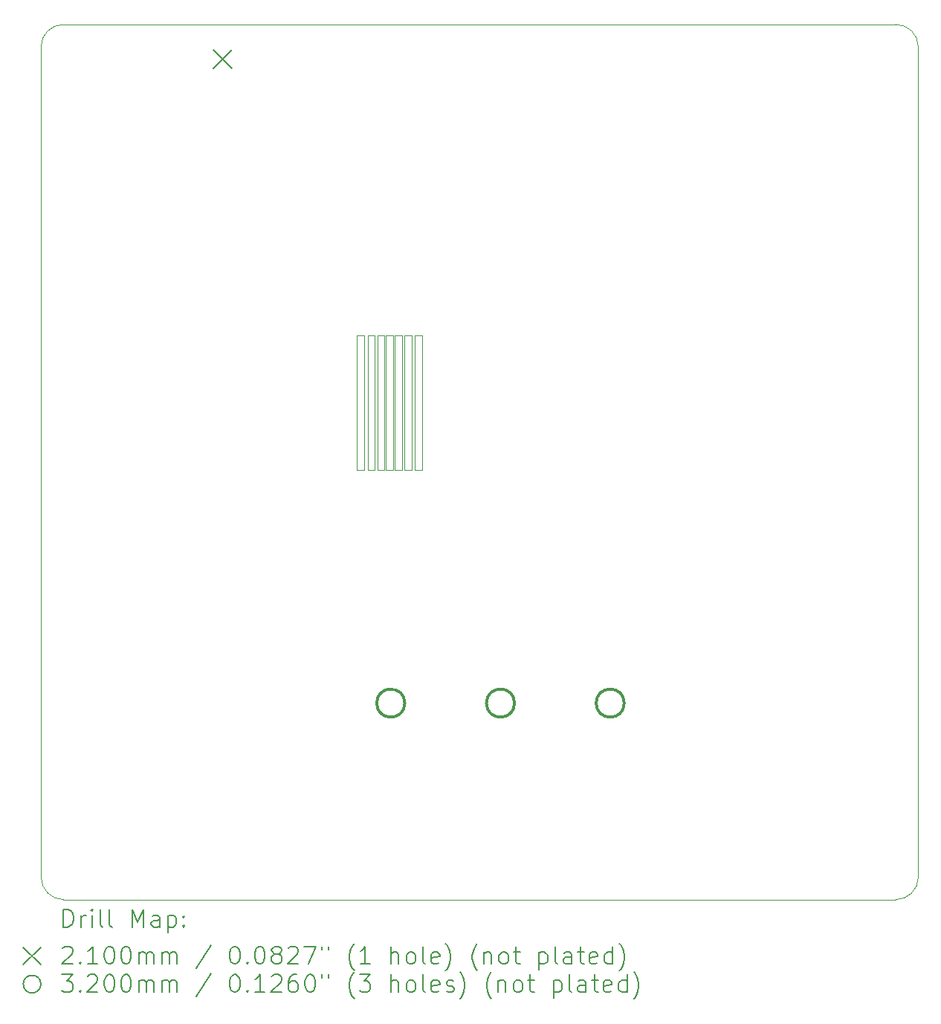
<source format=gbr>
%TF.GenerationSoftware,KiCad,Pcbnew,(6.0.10)*%
%TF.CreationDate,2023-02-12T23:23:46+01:00*%
%TF.ProjectId,hamodule,68616d6f-6475-46c6-952e-6b696361645f,20220918.20*%
%TF.SameCoordinates,Original*%
%TF.FileFunction,Drillmap*%
%TF.FilePolarity,Positive*%
%FSLAX45Y45*%
G04 Gerber Fmt 4.5, Leading zero omitted, Abs format (unit mm)*
G04 Created by KiCad (PCBNEW (6.0.10)) date 2023-02-12 23:23:46*
%MOMM*%
%LPD*%
G01*
G04 APERTURE LIST*
%ADD10C,0.050000*%
%ADD11C,0.200000*%
%ADD12C,0.210000*%
%ADD13C,0.320000*%
G04 APERTURE END LIST*
D10*
X11731200Y-12244300D02*
G75*
G03*
X11985200Y-11990300I0J254000D01*
G01*
X11985200Y-11990300D02*
X11985200Y-2534800D01*
X11731200Y-12244300D02*
X2247100Y-12244300D01*
X11731200Y-2280800D02*
X2247100Y-2280800D01*
X1993100Y-11988495D02*
X1993100Y-2534800D01*
X1993100Y-11988495D02*
G75*
G03*
X2247100Y-12244300I255812J0D01*
G01*
X11985200Y-2534800D02*
G75*
G03*
X11731200Y-2280800I-254000J0D01*
G01*
X6023100Y-5824800D02*
X6103100Y-5824800D01*
X6103100Y-5824800D02*
X6103100Y-7354800D01*
X6103100Y-7354800D02*
X6023100Y-7354800D01*
X6023100Y-7354800D02*
X6023100Y-5824800D01*
X5713100Y-5824800D02*
X5793100Y-5824800D01*
X5793100Y-5824800D02*
X5793100Y-7354800D01*
X5793100Y-7354800D02*
X5713100Y-7354800D01*
X5713100Y-7354800D02*
X5713100Y-5824800D01*
X6133100Y-5824800D02*
X6213100Y-5824800D01*
X6213100Y-5824800D02*
X6213100Y-7354800D01*
X6213100Y-7354800D02*
X6133100Y-7354800D01*
X6133100Y-7354800D02*
X6133100Y-5824800D01*
X6253100Y-5824800D02*
X6333100Y-5824800D01*
X6333100Y-5824800D02*
X6333100Y-7354800D01*
X6333100Y-7354800D02*
X6253100Y-7354800D01*
X6253100Y-7354800D02*
X6253100Y-5824800D01*
X2247100Y-2280800D02*
G75*
G03*
X1993100Y-2534800I0J-254000D01*
G01*
X5593100Y-5824800D02*
X5673100Y-5824800D01*
X5673100Y-5824800D02*
X5673100Y-7354800D01*
X5673100Y-7354800D02*
X5593100Y-7354800D01*
X5593100Y-7354800D02*
X5593100Y-5824800D01*
X5923100Y-5824800D02*
X6003100Y-5824800D01*
X6003100Y-5824800D02*
X6003100Y-7354800D01*
X6003100Y-7354800D02*
X5923100Y-7354800D01*
X5923100Y-7354800D02*
X5923100Y-5824800D01*
X5823100Y-5824800D02*
X5903100Y-5824800D01*
X5903100Y-5824800D02*
X5903100Y-7354800D01*
X5903100Y-7354800D02*
X5823100Y-7354800D01*
X5823100Y-7354800D02*
X5823100Y-5824800D01*
D11*
D12*
X3958100Y-2569800D02*
X4168100Y-2779800D01*
X4168100Y-2569800D02*
X3958100Y-2779800D01*
D13*
X6136300Y-10007600D02*
G75*
G03*
X6136300Y-10007600I-160000J0D01*
G01*
X7386300Y-10007600D02*
G75*
G03*
X7386300Y-10007600I-160000J0D01*
G01*
X8636300Y-10007600D02*
G75*
G03*
X8636300Y-10007600I-160000J0D01*
G01*
D11*
X2248219Y-12557276D02*
X2248219Y-12357276D01*
X2295838Y-12357276D01*
X2324410Y-12366800D01*
X2343457Y-12385848D01*
X2352981Y-12404895D01*
X2362505Y-12442990D01*
X2362505Y-12471562D01*
X2352981Y-12509657D01*
X2343457Y-12528705D01*
X2324410Y-12547752D01*
X2295838Y-12557276D01*
X2248219Y-12557276D01*
X2448219Y-12557276D02*
X2448219Y-12423943D01*
X2448219Y-12462038D02*
X2457743Y-12442990D01*
X2467267Y-12433467D01*
X2486314Y-12423943D01*
X2505362Y-12423943D01*
X2572029Y-12557276D02*
X2572029Y-12423943D01*
X2572029Y-12357276D02*
X2562505Y-12366800D01*
X2572029Y-12376324D01*
X2581552Y-12366800D01*
X2572029Y-12357276D01*
X2572029Y-12376324D01*
X2695838Y-12557276D02*
X2676790Y-12547752D01*
X2667267Y-12528705D01*
X2667267Y-12357276D01*
X2800600Y-12557276D02*
X2781552Y-12547752D01*
X2772029Y-12528705D01*
X2772029Y-12357276D01*
X3029171Y-12557276D02*
X3029171Y-12357276D01*
X3095838Y-12500133D01*
X3162505Y-12357276D01*
X3162505Y-12557276D01*
X3343457Y-12557276D02*
X3343457Y-12452514D01*
X3333933Y-12433467D01*
X3314886Y-12423943D01*
X3276790Y-12423943D01*
X3257743Y-12433467D01*
X3343457Y-12547752D02*
X3324409Y-12557276D01*
X3276790Y-12557276D01*
X3257743Y-12547752D01*
X3248219Y-12528705D01*
X3248219Y-12509657D01*
X3257743Y-12490609D01*
X3276790Y-12481086D01*
X3324409Y-12481086D01*
X3343457Y-12471562D01*
X3438695Y-12423943D02*
X3438695Y-12623943D01*
X3438695Y-12433467D02*
X3457743Y-12423943D01*
X3495838Y-12423943D01*
X3514886Y-12433467D01*
X3524409Y-12442990D01*
X3533933Y-12462038D01*
X3533933Y-12519181D01*
X3524409Y-12538228D01*
X3514886Y-12547752D01*
X3495838Y-12557276D01*
X3457743Y-12557276D01*
X3438695Y-12547752D01*
X3619648Y-12538228D02*
X3629171Y-12547752D01*
X3619648Y-12557276D01*
X3610124Y-12547752D01*
X3619648Y-12538228D01*
X3619648Y-12557276D01*
X3619648Y-12433467D02*
X3629171Y-12442990D01*
X3619648Y-12452514D01*
X3610124Y-12442990D01*
X3619648Y-12433467D01*
X3619648Y-12452514D01*
X1790600Y-12786800D02*
X1990600Y-12986800D01*
X1990600Y-12786800D02*
X1790600Y-12986800D01*
X2238695Y-12796324D02*
X2248219Y-12786800D01*
X2267267Y-12777276D01*
X2314886Y-12777276D01*
X2333933Y-12786800D01*
X2343457Y-12796324D01*
X2352981Y-12815371D01*
X2352981Y-12834419D01*
X2343457Y-12862990D01*
X2229171Y-12977276D01*
X2352981Y-12977276D01*
X2438695Y-12958228D02*
X2448219Y-12967752D01*
X2438695Y-12977276D01*
X2429171Y-12967752D01*
X2438695Y-12958228D01*
X2438695Y-12977276D01*
X2638695Y-12977276D02*
X2524410Y-12977276D01*
X2581552Y-12977276D02*
X2581552Y-12777276D01*
X2562505Y-12805848D01*
X2543457Y-12824895D01*
X2524410Y-12834419D01*
X2762505Y-12777276D02*
X2781552Y-12777276D01*
X2800600Y-12786800D01*
X2810124Y-12796324D01*
X2819648Y-12815371D01*
X2829171Y-12853467D01*
X2829171Y-12901086D01*
X2819648Y-12939181D01*
X2810124Y-12958228D01*
X2800600Y-12967752D01*
X2781552Y-12977276D01*
X2762505Y-12977276D01*
X2743457Y-12967752D01*
X2733933Y-12958228D01*
X2724410Y-12939181D01*
X2714886Y-12901086D01*
X2714886Y-12853467D01*
X2724410Y-12815371D01*
X2733933Y-12796324D01*
X2743457Y-12786800D01*
X2762505Y-12777276D01*
X2952981Y-12777276D02*
X2972028Y-12777276D01*
X2991076Y-12786800D01*
X3000600Y-12796324D01*
X3010124Y-12815371D01*
X3019648Y-12853467D01*
X3019648Y-12901086D01*
X3010124Y-12939181D01*
X3000600Y-12958228D01*
X2991076Y-12967752D01*
X2972028Y-12977276D01*
X2952981Y-12977276D01*
X2933933Y-12967752D01*
X2924409Y-12958228D01*
X2914886Y-12939181D01*
X2905362Y-12901086D01*
X2905362Y-12853467D01*
X2914886Y-12815371D01*
X2924409Y-12796324D01*
X2933933Y-12786800D01*
X2952981Y-12777276D01*
X3105362Y-12977276D02*
X3105362Y-12843943D01*
X3105362Y-12862990D02*
X3114886Y-12853467D01*
X3133933Y-12843943D01*
X3162505Y-12843943D01*
X3181552Y-12853467D01*
X3191076Y-12872514D01*
X3191076Y-12977276D01*
X3191076Y-12872514D02*
X3200600Y-12853467D01*
X3219648Y-12843943D01*
X3248219Y-12843943D01*
X3267267Y-12853467D01*
X3276790Y-12872514D01*
X3276790Y-12977276D01*
X3372028Y-12977276D02*
X3372028Y-12843943D01*
X3372028Y-12862990D02*
X3381552Y-12853467D01*
X3400600Y-12843943D01*
X3429171Y-12843943D01*
X3448219Y-12853467D01*
X3457743Y-12872514D01*
X3457743Y-12977276D01*
X3457743Y-12872514D02*
X3467267Y-12853467D01*
X3486314Y-12843943D01*
X3514886Y-12843943D01*
X3533933Y-12853467D01*
X3543457Y-12872514D01*
X3543457Y-12977276D01*
X3933933Y-12767752D02*
X3762505Y-13024895D01*
X4191076Y-12777276D02*
X4210124Y-12777276D01*
X4229171Y-12786800D01*
X4238695Y-12796324D01*
X4248219Y-12815371D01*
X4257743Y-12853467D01*
X4257743Y-12901086D01*
X4248219Y-12939181D01*
X4238695Y-12958228D01*
X4229171Y-12967752D01*
X4210124Y-12977276D01*
X4191076Y-12977276D01*
X4172028Y-12967752D01*
X4162505Y-12958228D01*
X4152981Y-12939181D01*
X4143457Y-12901086D01*
X4143457Y-12853467D01*
X4152981Y-12815371D01*
X4162505Y-12796324D01*
X4172028Y-12786800D01*
X4191076Y-12777276D01*
X4343457Y-12958228D02*
X4352981Y-12967752D01*
X4343457Y-12977276D01*
X4333933Y-12967752D01*
X4343457Y-12958228D01*
X4343457Y-12977276D01*
X4476790Y-12777276D02*
X4495838Y-12777276D01*
X4514886Y-12786800D01*
X4524410Y-12796324D01*
X4533933Y-12815371D01*
X4543457Y-12853467D01*
X4543457Y-12901086D01*
X4533933Y-12939181D01*
X4524410Y-12958228D01*
X4514886Y-12967752D01*
X4495838Y-12977276D01*
X4476790Y-12977276D01*
X4457743Y-12967752D01*
X4448219Y-12958228D01*
X4438695Y-12939181D01*
X4429171Y-12901086D01*
X4429171Y-12853467D01*
X4438695Y-12815371D01*
X4448219Y-12796324D01*
X4457743Y-12786800D01*
X4476790Y-12777276D01*
X4657743Y-12862990D02*
X4638695Y-12853467D01*
X4629171Y-12843943D01*
X4619648Y-12824895D01*
X4619648Y-12815371D01*
X4629171Y-12796324D01*
X4638695Y-12786800D01*
X4657743Y-12777276D01*
X4695838Y-12777276D01*
X4714886Y-12786800D01*
X4724410Y-12796324D01*
X4733933Y-12815371D01*
X4733933Y-12824895D01*
X4724410Y-12843943D01*
X4714886Y-12853467D01*
X4695838Y-12862990D01*
X4657743Y-12862990D01*
X4638695Y-12872514D01*
X4629171Y-12882038D01*
X4619648Y-12901086D01*
X4619648Y-12939181D01*
X4629171Y-12958228D01*
X4638695Y-12967752D01*
X4657743Y-12977276D01*
X4695838Y-12977276D01*
X4714886Y-12967752D01*
X4724410Y-12958228D01*
X4733933Y-12939181D01*
X4733933Y-12901086D01*
X4724410Y-12882038D01*
X4714886Y-12872514D01*
X4695838Y-12862990D01*
X4810124Y-12796324D02*
X4819648Y-12786800D01*
X4838695Y-12777276D01*
X4886314Y-12777276D01*
X4905362Y-12786800D01*
X4914886Y-12796324D01*
X4924410Y-12815371D01*
X4924410Y-12834419D01*
X4914886Y-12862990D01*
X4800600Y-12977276D01*
X4924410Y-12977276D01*
X4991076Y-12777276D02*
X5124410Y-12777276D01*
X5038695Y-12977276D01*
X5191076Y-12777276D02*
X5191076Y-12815371D01*
X5267267Y-12777276D02*
X5267267Y-12815371D01*
X5562505Y-13053467D02*
X5552981Y-13043943D01*
X5533933Y-13015371D01*
X5524410Y-12996324D01*
X5514886Y-12967752D01*
X5505362Y-12920133D01*
X5505362Y-12882038D01*
X5514886Y-12834419D01*
X5524410Y-12805848D01*
X5533933Y-12786800D01*
X5552981Y-12758228D01*
X5562505Y-12748705D01*
X5743457Y-12977276D02*
X5629171Y-12977276D01*
X5686314Y-12977276D02*
X5686314Y-12777276D01*
X5667267Y-12805848D01*
X5648219Y-12824895D01*
X5629171Y-12834419D01*
X5981552Y-12977276D02*
X5981552Y-12777276D01*
X6067267Y-12977276D02*
X6067267Y-12872514D01*
X6057743Y-12853467D01*
X6038695Y-12843943D01*
X6010124Y-12843943D01*
X5991076Y-12853467D01*
X5981552Y-12862990D01*
X6191076Y-12977276D02*
X6172028Y-12967752D01*
X6162505Y-12958228D01*
X6152981Y-12939181D01*
X6152981Y-12882038D01*
X6162505Y-12862990D01*
X6172028Y-12853467D01*
X6191076Y-12843943D01*
X6219648Y-12843943D01*
X6238695Y-12853467D01*
X6248219Y-12862990D01*
X6257743Y-12882038D01*
X6257743Y-12939181D01*
X6248219Y-12958228D01*
X6238695Y-12967752D01*
X6219648Y-12977276D01*
X6191076Y-12977276D01*
X6372028Y-12977276D02*
X6352981Y-12967752D01*
X6343457Y-12948705D01*
X6343457Y-12777276D01*
X6524409Y-12967752D02*
X6505362Y-12977276D01*
X6467267Y-12977276D01*
X6448219Y-12967752D01*
X6438695Y-12948705D01*
X6438695Y-12872514D01*
X6448219Y-12853467D01*
X6467267Y-12843943D01*
X6505362Y-12843943D01*
X6524409Y-12853467D01*
X6533933Y-12872514D01*
X6533933Y-12891562D01*
X6438695Y-12910609D01*
X6600600Y-13053467D02*
X6610124Y-13043943D01*
X6629171Y-13015371D01*
X6638695Y-12996324D01*
X6648219Y-12967752D01*
X6657743Y-12920133D01*
X6657743Y-12882038D01*
X6648219Y-12834419D01*
X6638695Y-12805848D01*
X6629171Y-12786800D01*
X6610124Y-12758228D01*
X6600600Y-12748705D01*
X6962505Y-13053467D02*
X6952981Y-13043943D01*
X6933933Y-13015371D01*
X6924409Y-12996324D01*
X6914886Y-12967752D01*
X6905362Y-12920133D01*
X6905362Y-12882038D01*
X6914886Y-12834419D01*
X6924409Y-12805848D01*
X6933933Y-12786800D01*
X6952981Y-12758228D01*
X6962505Y-12748705D01*
X7038695Y-12843943D02*
X7038695Y-12977276D01*
X7038695Y-12862990D02*
X7048219Y-12853467D01*
X7067267Y-12843943D01*
X7095838Y-12843943D01*
X7114886Y-12853467D01*
X7124409Y-12872514D01*
X7124409Y-12977276D01*
X7248219Y-12977276D02*
X7229171Y-12967752D01*
X7219648Y-12958228D01*
X7210124Y-12939181D01*
X7210124Y-12882038D01*
X7219648Y-12862990D01*
X7229171Y-12853467D01*
X7248219Y-12843943D01*
X7276790Y-12843943D01*
X7295838Y-12853467D01*
X7305362Y-12862990D01*
X7314886Y-12882038D01*
X7314886Y-12939181D01*
X7305362Y-12958228D01*
X7295838Y-12967752D01*
X7276790Y-12977276D01*
X7248219Y-12977276D01*
X7372028Y-12843943D02*
X7448219Y-12843943D01*
X7400600Y-12777276D02*
X7400600Y-12948705D01*
X7410124Y-12967752D01*
X7429171Y-12977276D01*
X7448219Y-12977276D01*
X7667267Y-12843943D02*
X7667267Y-13043943D01*
X7667267Y-12853467D02*
X7686314Y-12843943D01*
X7724409Y-12843943D01*
X7743457Y-12853467D01*
X7752981Y-12862990D01*
X7762505Y-12882038D01*
X7762505Y-12939181D01*
X7752981Y-12958228D01*
X7743457Y-12967752D01*
X7724409Y-12977276D01*
X7686314Y-12977276D01*
X7667267Y-12967752D01*
X7876790Y-12977276D02*
X7857743Y-12967752D01*
X7848219Y-12948705D01*
X7848219Y-12777276D01*
X8038695Y-12977276D02*
X8038695Y-12872514D01*
X8029171Y-12853467D01*
X8010124Y-12843943D01*
X7972028Y-12843943D01*
X7952981Y-12853467D01*
X8038695Y-12967752D02*
X8019648Y-12977276D01*
X7972028Y-12977276D01*
X7952981Y-12967752D01*
X7943457Y-12948705D01*
X7943457Y-12929657D01*
X7952981Y-12910609D01*
X7972028Y-12901086D01*
X8019648Y-12901086D01*
X8038695Y-12891562D01*
X8105362Y-12843943D02*
X8181552Y-12843943D01*
X8133933Y-12777276D02*
X8133933Y-12948705D01*
X8143457Y-12967752D01*
X8162505Y-12977276D01*
X8181552Y-12977276D01*
X8324409Y-12967752D02*
X8305362Y-12977276D01*
X8267267Y-12977276D01*
X8248219Y-12967752D01*
X8238695Y-12948705D01*
X8238695Y-12872514D01*
X8248219Y-12853467D01*
X8267267Y-12843943D01*
X8305362Y-12843943D01*
X8324409Y-12853467D01*
X8333933Y-12872514D01*
X8333933Y-12891562D01*
X8238695Y-12910609D01*
X8505362Y-12977276D02*
X8505362Y-12777276D01*
X8505362Y-12967752D02*
X8486314Y-12977276D01*
X8448219Y-12977276D01*
X8429171Y-12967752D01*
X8419648Y-12958228D01*
X8410124Y-12939181D01*
X8410124Y-12882038D01*
X8419648Y-12862990D01*
X8429171Y-12853467D01*
X8448219Y-12843943D01*
X8486314Y-12843943D01*
X8505362Y-12853467D01*
X8581552Y-13053467D02*
X8591076Y-13043943D01*
X8610124Y-13015371D01*
X8619648Y-12996324D01*
X8629171Y-12967752D01*
X8638695Y-12920133D01*
X8638695Y-12882038D01*
X8629171Y-12834419D01*
X8619648Y-12805848D01*
X8610124Y-12786800D01*
X8591076Y-12758228D01*
X8581552Y-12748705D01*
X1990600Y-13206800D02*
G75*
G03*
X1990600Y-13206800I-100000J0D01*
G01*
X2229171Y-13097276D02*
X2352981Y-13097276D01*
X2286314Y-13173467D01*
X2314886Y-13173467D01*
X2333933Y-13182990D01*
X2343457Y-13192514D01*
X2352981Y-13211562D01*
X2352981Y-13259181D01*
X2343457Y-13278228D01*
X2333933Y-13287752D01*
X2314886Y-13297276D01*
X2257743Y-13297276D01*
X2238695Y-13287752D01*
X2229171Y-13278228D01*
X2438695Y-13278228D02*
X2448219Y-13287752D01*
X2438695Y-13297276D01*
X2429171Y-13287752D01*
X2438695Y-13278228D01*
X2438695Y-13297276D01*
X2524410Y-13116324D02*
X2533933Y-13106800D01*
X2552981Y-13097276D01*
X2600600Y-13097276D01*
X2619648Y-13106800D01*
X2629171Y-13116324D01*
X2638695Y-13135371D01*
X2638695Y-13154419D01*
X2629171Y-13182990D01*
X2514886Y-13297276D01*
X2638695Y-13297276D01*
X2762505Y-13097276D02*
X2781552Y-13097276D01*
X2800600Y-13106800D01*
X2810124Y-13116324D01*
X2819648Y-13135371D01*
X2829171Y-13173467D01*
X2829171Y-13221086D01*
X2819648Y-13259181D01*
X2810124Y-13278228D01*
X2800600Y-13287752D01*
X2781552Y-13297276D01*
X2762505Y-13297276D01*
X2743457Y-13287752D01*
X2733933Y-13278228D01*
X2724410Y-13259181D01*
X2714886Y-13221086D01*
X2714886Y-13173467D01*
X2724410Y-13135371D01*
X2733933Y-13116324D01*
X2743457Y-13106800D01*
X2762505Y-13097276D01*
X2952981Y-13097276D02*
X2972028Y-13097276D01*
X2991076Y-13106800D01*
X3000600Y-13116324D01*
X3010124Y-13135371D01*
X3019648Y-13173467D01*
X3019648Y-13221086D01*
X3010124Y-13259181D01*
X3000600Y-13278228D01*
X2991076Y-13287752D01*
X2972028Y-13297276D01*
X2952981Y-13297276D01*
X2933933Y-13287752D01*
X2924409Y-13278228D01*
X2914886Y-13259181D01*
X2905362Y-13221086D01*
X2905362Y-13173467D01*
X2914886Y-13135371D01*
X2924409Y-13116324D01*
X2933933Y-13106800D01*
X2952981Y-13097276D01*
X3105362Y-13297276D02*
X3105362Y-13163943D01*
X3105362Y-13182990D02*
X3114886Y-13173467D01*
X3133933Y-13163943D01*
X3162505Y-13163943D01*
X3181552Y-13173467D01*
X3191076Y-13192514D01*
X3191076Y-13297276D01*
X3191076Y-13192514D02*
X3200600Y-13173467D01*
X3219648Y-13163943D01*
X3248219Y-13163943D01*
X3267267Y-13173467D01*
X3276790Y-13192514D01*
X3276790Y-13297276D01*
X3372028Y-13297276D02*
X3372028Y-13163943D01*
X3372028Y-13182990D02*
X3381552Y-13173467D01*
X3400600Y-13163943D01*
X3429171Y-13163943D01*
X3448219Y-13173467D01*
X3457743Y-13192514D01*
X3457743Y-13297276D01*
X3457743Y-13192514D02*
X3467267Y-13173467D01*
X3486314Y-13163943D01*
X3514886Y-13163943D01*
X3533933Y-13173467D01*
X3543457Y-13192514D01*
X3543457Y-13297276D01*
X3933933Y-13087752D02*
X3762505Y-13344895D01*
X4191076Y-13097276D02*
X4210124Y-13097276D01*
X4229171Y-13106800D01*
X4238695Y-13116324D01*
X4248219Y-13135371D01*
X4257743Y-13173467D01*
X4257743Y-13221086D01*
X4248219Y-13259181D01*
X4238695Y-13278228D01*
X4229171Y-13287752D01*
X4210124Y-13297276D01*
X4191076Y-13297276D01*
X4172028Y-13287752D01*
X4162505Y-13278228D01*
X4152981Y-13259181D01*
X4143457Y-13221086D01*
X4143457Y-13173467D01*
X4152981Y-13135371D01*
X4162505Y-13116324D01*
X4172028Y-13106800D01*
X4191076Y-13097276D01*
X4343457Y-13278228D02*
X4352981Y-13287752D01*
X4343457Y-13297276D01*
X4333933Y-13287752D01*
X4343457Y-13278228D01*
X4343457Y-13297276D01*
X4543457Y-13297276D02*
X4429171Y-13297276D01*
X4486314Y-13297276D02*
X4486314Y-13097276D01*
X4467267Y-13125848D01*
X4448219Y-13144895D01*
X4429171Y-13154419D01*
X4619648Y-13116324D02*
X4629171Y-13106800D01*
X4648219Y-13097276D01*
X4695838Y-13097276D01*
X4714886Y-13106800D01*
X4724410Y-13116324D01*
X4733933Y-13135371D01*
X4733933Y-13154419D01*
X4724410Y-13182990D01*
X4610124Y-13297276D01*
X4733933Y-13297276D01*
X4905362Y-13097276D02*
X4867267Y-13097276D01*
X4848219Y-13106800D01*
X4838695Y-13116324D01*
X4819648Y-13144895D01*
X4810124Y-13182990D01*
X4810124Y-13259181D01*
X4819648Y-13278228D01*
X4829171Y-13287752D01*
X4848219Y-13297276D01*
X4886314Y-13297276D01*
X4905362Y-13287752D01*
X4914886Y-13278228D01*
X4924410Y-13259181D01*
X4924410Y-13211562D01*
X4914886Y-13192514D01*
X4905362Y-13182990D01*
X4886314Y-13173467D01*
X4848219Y-13173467D01*
X4829171Y-13182990D01*
X4819648Y-13192514D01*
X4810124Y-13211562D01*
X5048219Y-13097276D02*
X5067267Y-13097276D01*
X5086314Y-13106800D01*
X5095838Y-13116324D01*
X5105362Y-13135371D01*
X5114886Y-13173467D01*
X5114886Y-13221086D01*
X5105362Y-13259181D01*
X5095838Y-13278228D01*
X5086314Y-13287752D01*
X5067267Y-13297276D01*
X5048219Y-13297276D01*
X5029171Y-13287752D01*
X5019648Y-13278228D01*
X5010124Y-13259181D01*
X5000600Y-13221086D01*
X5000600Y-13173467D01*
X5010124Y-13135371D01*
X5019648Y-13116324D01*
X5029171Y-13106800D01*
X5048219Y-13097276D01*
X5191076Y-13097276D02*
X5191076Y-13135371D01*
X5267267Y-13097276D02*
X5267267Y-13135371D01*
X5562505Y-13373467D02*
X5552981Y-13363943D01*
X5533933Y-13335371D01*
X5524410Y-13316324D01*
X5514886Y-13287752D01*
X5505362Y-13240133D01*
X5505362Y-13202038D01*
X5514886Y-13154419D01*
X5524410Y-13125848D01*
X5533933Y-13106800D01*
X5552981Y-13078228D01*
X5562505Y-13068705D01*
X5619648Y-13097276D02*
X5743457Y-13097276D01*
X5676790Y-13173467D01*
X5705362Y-13173467D01*
X5724409Y-13182990D01*
X5733933Y-13192514D01*
X5743457Y-13211562D01*
X5743457Y-13259181D01*
X5733933Y-13278228D01*
X5724409Y-13287752D01*
X5705362Y-13297276D01*
X5648219Y-13297276D01*
X5629171Y-13287752D01*
X5619648Y-13278228D01*
X5981552Y-13297276D02*
X5981552Y-13097276D01*
X6067267Y-13297276D02*
X6067267Y-13192514D01*
X6057743Y-13173467D01*
X6038695Y-13163943D01*
X6010124Y-13163943D01*
X5991076Y-13173467D01*
X5981552Y-13182990D01*
X6191076Y-13297276D02*
X6172028Y-13287752D01*
X6162505Y-13278228D01*
X6152981Y-13259181D01*
X6152981Y-13202038D01*
X6162505Y-13182990D01*
X6172028Y-13173467D01*
X6191076Y-13163943D01*
X6219648Y-13163943D01*
X6238695Y-13173467D01*
X6248219Y-13182990D01*
X6257743Y-13202038D01*
X6257743Y-13259181D01*
X6248219Y-13278228D01*
X6238695Y-13287752D01*
X6219648Y-13297276D01*
X6191076Y-13297276D01*
X6372028Y-13297276D02*
X6352981Y-13287752D01*
X6343457Y-13268705D01*
X6343457Y-13097276D01*
X6524409Y-13287752D02*
X6505362Y-13297276D01*
X6467267Y-13297276D01*
X6448219Y-13287752D01*
X6438695Y-13268705D01*
X6438695Y-13192514D01*
X6448219Y-13173467D01*
X6467267Y-13163943D01*
X6505362Y-13163943D01*
X6524409Y-13173467D01*
X6533933Y-13192514D01*
X6533933Y-13211562D01*
X6438695Y-13230609D01*
X6610124Y-13287752D02*
X6629171Y-13297276D01*
X6667267Y-13297276D01*
X6686314Y-13287752D01*
X6695838Y-13268705D01*
X6695838Y-13259181D01*
X6686314Y-13240133D01*
X6667267Y-13230609D01*
X6638695Y-13230609D01*
X6619648Y-13221086D01*
X6610124Y-13202038D01*
X6610124Y-13192514D01*
X6619648Y-13173467D01*
X6638695Y-13163943D01*
X6667267Y-13163943D01*
X6686314Y-13173467D01*
X6762505Y-13373467D02*
X6772028Y-13363943D01*
X6791076Y-13335371D01*
X6800600Y-13316324D01*
X6810124Y-13287752D01*
X6819648Y-13240133D01*
X6819648Y-13202038D01*
X6810124Y-13154419D01*
X6800600Y-13125848D01*
X6791076Y-13106800D01*
X6772028Y-13078228D01*
X6762505Y-13068705D01*
X7124409Y-13373467D02*
X7114886Y-13363943D01*
X7095838Y-13335371D01*
X7086314Y-13316324D01*
X7076790Y-13287752D01*
X7067267Y-13240133D01*
X7067267Y-13202038D01*
X7076790Y-13154419D01*
X7086314Y-13125848D01*
X7095838Y-13106800D01*
X7114886Y-13078228D01*
X7124409Y-13068705D01*
X7200600Y-13163943D02*
X7200600Y-13297276D01*
X7200600Y-13182990D02*
X7210124Y-13173467D01*
X7229171Y-13163943D01*
X7257743Y-13163943D01*
X7276790Y-13173467D01*
X7286314Y-13192514D01*
X7286314Y-13297276D01*
X7410124Y-13297276D02*
X7391076Y-13287752D01*
X7381552Y-13278228D01*
X7372028Y-13259181D01*
X7372028Y-13202038D01*
X7381552Y-13182990D01*
X7391076Y-13173467D01*
X7410124Y-13163943D01*
X7438695Y-13163943D01*
X7457743Y-13173467D01*
X7467267Y-13182990D01*
X7476790Y-13202038D01*
X7476790Y-13259181D01*
X7467267Y-13278228D01*
X7457743Y-13287752D01*
X7438695Y-13297276D01*
X7410124Y-13297276D01*
X7533933Y-13163943D02*
X7610124Y-13163943D01*
X7562505Y-13097276D02*
X7562505Y-13268705D01*
X7572028Y-13287752D01*
X7591076Y-13297276D01*
X7610124Y-13297276D01*
X7829171Y-13163943D02*
X7829171Y-13363943D01*
X7829171Y-13173467D02*
X7848219Y-13163943D01*
X7886314Y-13163943D01*
X7905362Y-13173467D01*
X7914886Y-13182990D01*
X7924409Y-13202038D01*
X7924409Y-13259181D01*
X7914886Y-13278228D01*
X7905362Y-13287752D01*
X7886314Y-13297276D01*
X7848219Y-13297276D01*
X7829171Y-13287752D01*
X8038695Y-13297276D02*
X8019648Y-13287752D01*
X8010124Y-13268705D01*
X8010124Y-13097276D01*
X8200600Y-13297276D02*
X8200600Y-13192514D01*
X8191076Y-13173467D01*
X8172028Y-13163943D01*
X8133933Y-13163943D01*
X8114886Y-13173467D01*
X8200600Y-13287752D02*
X8181552Y-13297276D01*
X8133933Y-13297276D01*
X8114886Y-13287752D01*
X8105362Y-13268705D01*
X8105362Y-13249657D01*
X8114886Y-13230609D01*
X8133933Y-13221086D01*
X8181552Y-13221086D01*
X8200600Y-13211562D01*
X8267267Y-13163943D02*
X8343457Y-13163943D01*
X8295838Y-13097276D02*
X8295838Y-13268705D01*
X8305362Y-13287752D01*
X8324409Y-13297276D01*
X8343457Y-13297276D01*
X8486314Y-13287752D02*
X8467267Y-13297276D01*
X8429171Y-13297276D01*
X8410124Y-13287752D01*
X8400600Y-13268705D01*
X8400600Y-13192514D01*
X8410124Y-13173467D01*
X8429171Y-13163943D01*
X8467267Y-13163943D01*
X8486314Y-13173467D01*
X8495838Y-13192514D01*
X8495838Y-13211562D01*
X8400600Y-13230609D01*
X8667267Y-13297276D02*
X8667267Y-13097276D01*
X8667267Y-13287752D02*
X8648219Y-13297276D01*
X8610124Y-13297276D01*
X8591076Y-13287752D01*
X8581552Y-13278228D01*
X8572029Y-13259181D01*
X8572029Y-13202038D01*
X8581552Y-13182990D01*
X8591076Y-13173467D01*
X8610124Y-13163943D01*
X8648219Y-13163943D01*
X8667267Y-13173467D01*
X8743457Y-13373467D02*
X8752981Y-13363943D01*
X8772029Y-13335371D01*
X8781552Y-13316324D01*
X8791076Y-13287752D01*
X8800600Y-13240133D01*
X8800600Y-13202038D01*
X8791076Y-13154419D01*
X8781552Y-13125848D01*
X8772029Y-13106800D01*
X8752981Y-13078228D01*
X8743457Y-13068705D01*
M02*

</source>
